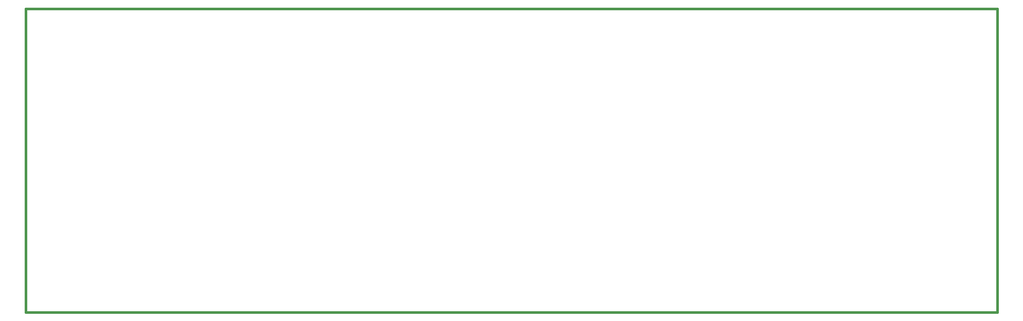
<source format=gm1>
G04 #@! TF.FileFunction,Profile,NP*
%FSLAX46Y46*%
G04 Gerber Fmt 4.6, Leading zero omitted, Abs format (unit mm)*
G04 Created by KiCad (PCBNEW 4.0.7) date 06/23/18 17:50:09*
%MOMM*%
%LPD*%
G01*
G04 APERTURE LIST*
%ADD10C,0.100000*%
%ADD11C,0.381000*%
G04 APERTURE END LIST*
D10*
D11*
X82374740Y-111041180D02*
X242374420Y-111041180D01*
X242374420Y-111041180D02*
X242374420Y-61041280D01*
X242374420Y-61041280D02*
X82374740Y-61041280D01*
X82374740Y-61041280D02*
X82374740Y-111041180D01*
M02*

</source>
